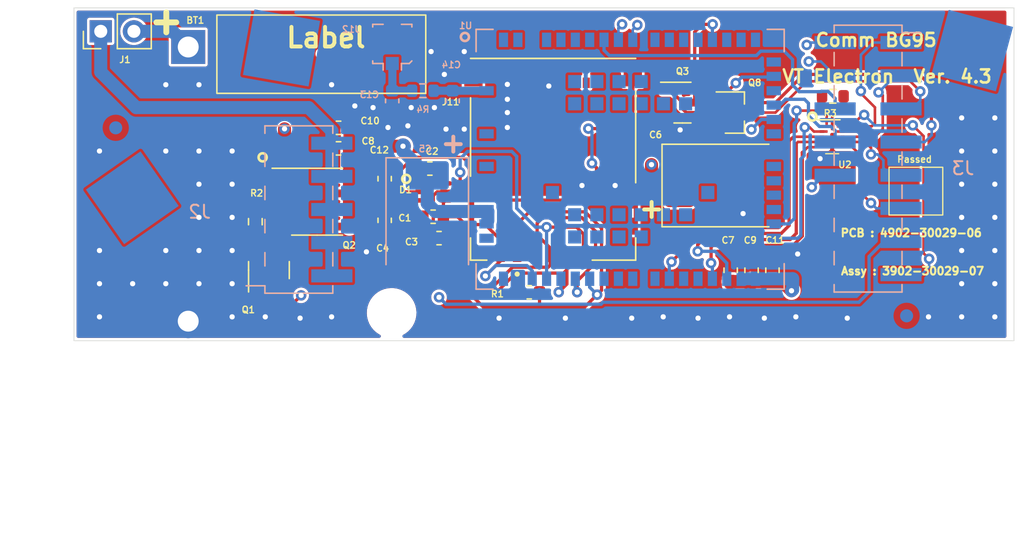
<source format=kicad_pcb>
(kicad_pcb (version 20240108) (generator "pcbnew") (generator_version "8.0")
  (layers (0 "F.Cu" signal) (1 "In1.Cu" signal) (2 "In2.Cu" signal) (31 "B.Cu" signal) (34 "B.Paste" user) (35 "F.Paste" user) (36 "B.SilkS" user "B.Silkscreen") (37 "F.SilkS" user "F.Silkscreen") (38 "B.Mask" user) (39 "F.Mask" user) (44 "Edge.Cuts" user))
  (net 0 "")
  (net 1 "GND")
  (net 5 "/uGND")
  (net 6 "/uRST")
  (net 7 "/uCLK")
  (net 8 "/uData")
  (net 9 "/uVDD")
  (net 10 "/VBAT")
  (net 11 "/uStatus")
  (net 12 "/uPWRKEY")
  (net 13 "/+3V6")
  (net 14 "/uDTR")
  (net 15 "/TxD")
  (net 16 "/RxD")
  (net 17 "/uDCD")
  (net 18 "/RF_OUT")
  (net 19 "Net-(Q1-Pad3)")
  (net 20 "/RXD")
  (net 21 "/TXD")
  (net 22 "/VDD_EXT")
  (net 23 "/DTR")
  (net 24 "/DCD")
  (net 25 "/PWRKEY")
  (net 26 "/Status")
  (net 27 "/Alim")
  (net 59 "/+3V6d")
  (net 60 "/+3V3_UC")
  (net 61 "/RF_OUT1")
  (net 62 "Net-(R3-Pad2)")
  (net 63 "/T")
  (net 64 "/R")
  (net 65 "/D+")
  (net 66 "/D-")
  (net 67 "/Vbus")
  (footprint "Capacitor_SMD:C_0603_1608Metric" (layer "F.Cu") (at 30.51 -6.5 180)
    (property "Reference" "C1")
    (property "Value" "33p")
  )
  (footprint "Capacitor_SMD:C_0603_1608Metric" (layer "F.Cu") (at 30.26 -10.19 180)
    (property "Reference" "C2")
    (property "Value" "33p")
  )
  (footprint "Capacitor_SMD:C_0603_1608Metric" (layer "F.Cu") (at 30.9626 -4.86 180)
    (property "Reference" "C3")
    (property "Value" "33p")
  )
  (footprint "Capacitor_SMD:C_0603_1608Metric" (layer "F.Cu") (at 26.797 -6.223 -90)
    (property "Reference" "C4")
    (property "Value" "100n")
  )
  (footprint "Capacitor_Tantalum_SMD:CP_EIA-7361-38_AVX-V_Pad2.18x3.30mm_HandSolder" (layer "F.Cu") (at 52.578 -8.89)
    (property "Reference" "C6")
    (property "Value" "TAJD477K006RNJ")
  )
  (footprint "Capacitor_SMD:C_0603_1608Metric_Pad1.05x0.95mm_HandSolder" (layer "F.Cu") (at 53.3 -2.4 90)
    (property "Reference" "C7")
    (property "Value" "100n")
  )
  (footprint "Capacitor_SMD:C_0603_1608Metric_Pad1.05x0.95mm_HandSolder" (layer "F.Cu") (at 23.2664 -11.7348 180)
    (property "Reference" "C8")
    (property "Value" "100n")
  )
  (footprint "Capacitor_SMD:C_0603_1608Metric_Pad1.05x0.95mm_HandSolder" (layer "F.Cu") (at 54.9 -2.4 90)
    (property "Reference" "C9")
    (property "Value" "33p")
  )
  (footprint "Capacitor_SMD:C_0603_1608Metric_Pad1.05x0.95mm_HandSolder" (layer "F.Cu") (at 23.2664 -13.3096 180)
    (property "Reference" "C10")
    (property "Value" "33p")
  )
  (footprint "Capacitor_SMD:C_0603_1608Metric_Pad1.05x0.95mm_HandSolder" (layer "F.Cu") (at 56.5 -2.4 90)
    (property "Reference" "C11")
    (property "Value" "10p")
  )
  (footprint "Capacitor_SMD:C_0603_1608Metric_Pad1.05x0.95mm_HandSolder" (layer "F.Cu") (at 26.797 -9.412 -90)
    (property "Reference" "C12")
    (property "Value" "10p")
  )
  (footprint "Diode_SMD:SC70-6" (layer "F.Cu") (at 30.51 -8.4 -90)
    (property "Reference" "D1")
    (property "Value" "SMF05C.TCT" (hide yes))
  )
  (footprint "Package_SO:SOIC-8_3.9x4.9mm_P1.27mm" (layer "F.Cu") (at 21.625 -7.65)
    (property "Reference" "Q2")
    (property "Value" "AO4459" (hide yes))
  )
  (footprint "Package_TO_SOT_SMD:SOT-23" (layer "F.Cu") (at 53.594 -14.478)
    (property "Reference" "Q8")
    (property "Value" "PDTC143XT")
  )
  (footprint "Resistor_SMD:R_0603_1608Metric" (layer "F.Cu") (at 37.8714 -0.7112 180)
    (property "Reference" "R1")
    (property "Value" "15k")
  )
  (footprint "Connector_Molex:MOLEX_78646-3001" (layer "F.Cu") (at 39.7 -10.9 90)
    (property "Reference" "J11")
    (property "Value" "78646-3001")
  )
  (footprint "Battery:HLC1520" (layer "F.Cu") (at 11.75 -19.5 -90)
    (property "Reference" "BT1")
    (property "Value" "HLC1520" (hide yes))
  )
  (footprint "Package_DFN_QFN:Texas_R_PUQFN-N12" (layer "F.Cu") (at 61.075 -12.625)
    (property "Reference" "U2")
    (property "Value" "TXB0104RUT" (hide yes))
  )
  (footprint "Resistor_SMD:R_0603_1608Metric" (layer "F.Cu") (at 61.125 -15.725)
    (property "Reference" "R3")
    (property "Value" "4k7")
  )
  (footprint "Package_TO_SOT_SMD:SOT-23" (layer "F.Cu") (at 17.9324 -2.413 90)
    (property "Reference" "Q1")
    (property "Value" "PDTC143XT")
  )
  (footprint "MountingHole:MountingHole_2.5mm  Simpla" (layer "F.Cu") (at 27.3304 0.8636)
    (property "Reference" "H1" (hide yes))
    (property "Value" "MountingHole" (hide yes))
  )
  (footprint "Fiducial:Fiducial_1mm_Mask2mm" (layer "F.Cu") (at 72.2376 -20.2946)
    (property "Reference" "FID1" (hide yes))
    (property "Value" "Fiducial" (hide yes))
  )
  (footprint "Resistor_SMD:R_0603_1608Metric" (layer "F.Cu") (at 16.891 -6.1214 -90)
    (property "Reference" "R2")
    (property "Value" "4k7" (hide yes))
  )
  (footprint "Connector_PinHeader_2.54mm:PinHeader_1x02_P2.54mm_Vertical" (layer "F.Cu") (at 5.0496 -20.7 90)
    (property "Reference" "J1")
    (property "Value" "DNP")
  )
  (footprint "Fiducial:Fiducial_1mm_Mask2mm" (layer "F.Cu") (at 8.6106 0.9906)
    (property "Reference" "FID4" (hide yes))
    (property "Value" "Fiducial" (hide yes))
  )
  (footprint "Symbol:Eticheta" (layer "F.Cu") (at 21.9456 -18.9484 180)
    (property "Reference" "TP1" (hide yes))
    (property "Value" "Eticheta" (hide yes))
  )
  (footprint "Package_TO_SOT_SMD:SOT-23" (layer "F.Cu") (at 49.6085 -15.24)
    (property "Reference" "Q3")
    (property "Value" "PDTC143XT")
  )
  (footprint "BG95:XCVR_BG95M3LA-64-SGNS" (layer "B.Cu") (at 45.6 -10.9 -90)
    (property "Reference" "U1")
    (property "Value" "BG95")
  )
  (footprint "Capacitor_Tantalum_SMD:CP_EIA-7361-38_AVX-V_Pad2.18x3.30mm_HandSolder" (layer "B.Cu") (at 30.06 -6.48 -90)
    (property "Reference" "C5")
    (property "Value" "TAJD477K006RNJ")
  )
  (footprint "Connector_Coaxial:U.FL_Molex_MCRF_73412-0110_Vertical" (layer "B.Cu") (at 27.3812 -19.7358 180)
    (property "Reference" "J12")
    (property "Value" "CONUFL001-SMD-T" (hide yes))
  )
  (footprint "Connector_PinHeader_2.54mm:PinHeader_2x08_P2.54mm_Vertical_SMD_MOD" (layer "B.Cu") (at 63.825 -10.95 180)
    (property "Reference" "J3")
    (property "Value" "Conn_02x08_Counter_Clockwise")
  )
  (footprint "TestPoint:TestPoint_Pad_5.1x5.1mm" (layer "B.Cu") (at 18.8976 -19.431 170)
    (property "Reference" "J5" (hide yes))
    (property "Value" "Conn_01x01_Male" (hide yes))
  )
  (footprint "Fiducial:Fiducial_1mm_Mask2mm" (layer "B.Cu") (at 66.7766 1.0922 180)
    (property "Reference" "FID2" (hide yes))
    (property "Value" "Fiducial" (hide yes))
  )
  (footprint "Resistor_SMD:R_0603_1608Metric" (layer "B.Cu") (at 29.725 -16.15)
    (property "Reference" "R4")
    (property "Value" "0")
  )
  (footprint "Connector_PinHeader_2.54mm:PinHeader_2x05_P2.54mm_Vertical_SMD_MOD" (layer "B.Cu") (at 20.225 -7.05)
    (property "Reference" "J2")
    (property "Value" "Conn_02x05_Counter_Clockwise")
  )
  (footprint "Capacitor_SMD:C_0603_1608Metric" (layer "B.Cu") (at 27.375 -15.375 -90)
    (property "Reference" "C13")
    (property "Value" "DNP")
  )
  (footprint "TestPoint:TestPoint_Pad_5.1x5.1mm" (layer "B.Cu") (at 71.8058 -19.2278 165)
    (property "Reference" "J6" (hide yes))
    (property "Value" "Conn_01x01_Male" (hide yes))
  )
  (footprint "TestPoint:TestPoint_Pad_5.1x5.1mm" (layer "B.Cu") (at 7.4676 -7.9502 125)
    (property "Reference" "J4" (hide yes))
    (property "Value" "Conn_01x01_Male" (hide yes))
  )
  (footprint "Fiducial:Fiducial_1mm_Mask2mm" (layer "B.Cu") (at 6.1976 -13.3096 180)
    (property "Reference" "FID3" (hide yes))
    (property "Value" "Fiducial" (hide yes))
  )
  (footprint "Capacitor_SMD:C_0603_1608Metric" (layer "B.Cu") (at 32 -15.375 -90)
    (property "Reference" "C14")
    (property "Value" "DNP")
  )
  (gr_circle (center 32.9438 -20.2692) (end 33.253847 -20.2692) (stroke (width 0.2)) (fill none) (layer "B.SilkS"))
  (gr_circle (center 28.448 -9.398) (end 28.758047 -9.398) (stroke (width 0.2)) (fill none) (layer "F.SilkS"))
  (gr_circle (center 59.563 -14.1732) (end 59.873047 -14.1732) (stroke (width 0.2)) (fill none) (layer "F.SilkS"))
  (gr_circle (center 17.4498 -11.049) (end 17.759847 -11.049) (stroke (width 0.2)) (fill none) (layer "F.SilkS"))
  (gr_rect (start 65.4304 -10.287) (end 69.5452 -6.6294) (stroke (width 0.1)) (fill none) (layer "F.SilkS"))
  (gr_line (start 75 3) (end 3 3) (stroke (width 0.05)) (layer "Edge.Cuts"))
  (gr_line (start 3 -22.5) (end 3 3) (stroke (width 0.05)) (layer "Edge.Cuts"))
  (gr_line (start 75 3) (end 75 -22.5) (stroke (width 0.05)) (layer "Edge.Cuts"))
  (gr_line (start 75 -22.5) (end 3 -22.5) (stroke (width 0.05)) (layer "Edge.Cuts"))
  (gr_text "+" (at 32.0548 -12.1666 0) (layer "B.SilkS") (effects (font (size 1.5 1.5) (thickness 0.3))))
  (gr_text "PCB : 4902-30029-06" (at 67.1322 -5.2578 0) (layer "F.SilkS") (effects (font (size 0.6 0.6))))
  (gr_text "VT Electron  Ver. 4.3\n\n" (at 65.278 -16.4338 0) (layer "F.SilkS") (effects (font (size 1 1) (thickness 0.2))))
  (gr_text "Label" (at 22.3012 -20.2184 0) (layer "F.SilkS") (effects (font (size 1.5 1.5) (thickness 0.3))))
  (gr_text "Passed" (at 67.3862 -10.8966 0) (layer "F.SilkS") (effects (font (size 0.5 0.5) (thickness 0.1))))
  (gr_text "Comm BG95\n\n" (at 64.4398 -19.2278 0) (layer "F.SilkS") (effects (font (size 1 1) (thickness 0.2))))
  (gr_text "Assy : 3902-30029-07" (at 67.2338 -2.3368 0) (layer "F.SilkS") (effects (font (size 0.6 0.6))))
  (gr_text "+" (at 47.244 -7.1628 0) (layer "F.SilkS") (effects (font (size 1.5 1.5) (thickness 0.3))))
  (segment (start 56.25 -3.25) (end 56.3 -3.2) (width 0.25) (layer "F.Cu") (net 1))
  (segment (start 55.7655 -8.2555) (end 54.25 -6.74) (width 0.25) (layer "F.Cu") (net 1))
  (segment (start 60.4066 -10.775) (end 60.25 -10.775) (width 0.25) (layer "F.Cu") (net 1))
  (segment (start 56.5 -3.275) (end 58.055 -3.275) (width 0.25) (layer "F.Cu") (net 1))
  (segment (start 53.3 -3.275) (end 54.875 -3.275) (width 0.25) (layer "F.Cu") (net 1))
  (segment (start 61.075 -11.825) (end 61.075 -11.025) (width 0.25) (layer "F.Cu") (net 1))
  (segment (start 55.7655 -8.89) (end 55.7655 -8.2555) (width 0.25) (layer "F.Cu") (net 1))
  (segment (start 60.825 -10.775) (end 60.4066 -10.775) (width 0.25) (layer "F.Cu") (net 1))
  (segment (start 49.43 -13.15) (end 49.808 -13.528) (width 0.25) (layer "F.Cu") (net 1))
  (segment (start 60.4066 -10.775) (end 60.3196 -10.775) (width 0.25) (layer "F.Cu") (net 1))
  (segment (start 58.432288 -3.647712) (end 58.432288 -3.644211) (width 0.25) (layer "F.Cu") (net 1))
  (segment (start 60.3196 -10.775) (end 60.1472 -10.9474) (width 0.25) (layer "F.Cu") (net 1))
  (segment (start 48.9 -13.15) (end 49.43 -13.15) (width 0.25) (layer "F.Cu") (net 1))
  (segment (start 60.25 -10.775) (end 60.225 -10.8) (width 0.25) (layer "F.Cu") (net 1))
  (segment (start 58.055 -3.275) (end 58.43 -3.65) (width 0.25) (layer "F.Cu") (net 1))
  (segment (start 48.671 -14.29) (end 48.671 -13.379) (width 0.25) (layer "F.Cu") (net 1))
  (segment (start 54.9 -3.275) (end 56.275 -3.275) (width 0.25) (layer "F.Cu") (net 1))
  (segment (start 48.671 -13.379) (end 48.9 -13.15) (width 0.25) (layer "F.Cu") (net 1))
  (segment (start 54.875 -3.275) (end 54.9 -3.25) (width 0.25) (layer "F.Cu") (net 1))
  (segment (start 49.808 -13.528) (end 52.594 -13.528) (width 0.25) (layer "F.Cu") (net 1))
  (segment (start 54.875 -3.275) (end 54.9 -3.3) (width 0.25) (layer "F.Cu") (net 1))
  (segment (start 58.43 -3.65) (end 58.432288 -3.647712) (width 0.25) (layer "F.Cu") (net 1))
  (segment (start 61.075 -11.025) (end 60.825 -10.775) (width 0.25) (layer "F.Cu") (net 1))
  (via (at 70.993 -11.5304) (size 0.8) (drill 0.4) (layers "F.Cu" "B.Cu") (net 1))
  (via (at 31.369 -17.399) (size 0.8) (drill 0.4) (layers "F.Cu" "B.Cu") (net 1))
  (via (at 39.37 -16.51) (size 0.8) (drill 0.4) (layers "F.Cu" "B.Cu") (net 1))
  (via (at 70.993 -14.0704) (size 0.8) (drill 0.4) (layers "F.Cu" "B.Cu") (net 1))
  (via (at 73.533 -3.9104) (size 0.8) (drill 0.4) (layers "F.Cu" "B.Cu") (net 1))
  (via (at 58.432288 -3.644211) (size 0.8) (drill 0.4) (layers "F.Cu" "B.Cu") (net 1))
  (via (at 73.533 -11.5304) (size 0.8) (drill 0.4) (layers "F.Cu" "B.Cu") (net 1))
  (via (at 70.993 1.1696) (size 0.8) (drill 0.4) (layers "F.Cu" "B.Cu") (net 1))
  (via (at 36.195 -13.335) (size 0.8) (drill 0.4) (layers "F.Cu" "B.Cu") (net 1))
  (via (at 20.32 1.27) (size 0.8) (drill 0.4) (layers "F.Cu" "B.Cu") (net 1))
  (via (at 30.353 -19.1504) (size 0.8) (drill 0.4) (layers "F.Cu" "B.Cu") (net 1))
  (via (at 4.953 -3.9104) (size 0.8) (drill 0.4) (layers "F.Cu" "B.Cu") (net 1))
  (via (at 70.993 -6.4504) (size 0.8) (drill 0.4) (layers "F.Cu" "B.Cu") (net 1))
  (via (at 22.733 -16.6104) (size 0.8) (drill 0.4) (layers "F.Cu" "B.Cu") (net 1))
  (via (at 12.573 -11.5304) (size 0.8) (drill 0.4) (layers "F.Cu" "B.Cu") (net 1))
  (via (at 44.45 -8.89) (size 0.8) (drill 0.4) (layers "F.Cu" "B.Cu") (net 1))
  (via (at 35.56 1.27) (size 0.8) (drill 0.4) (layers "F.Cu" "B.Cu") (net 1))
  (via (at 17.653 1.1696) (size 0.8) (drill 0.4) (layers "F.Cu" "B.Cu") (net 1))
  (via (at 15.113 -1.3704) (size 0.8) (drill 0.4) (layers "F.Cu" "B.Cu") (net 1))
  (via (at 60.1472 -10.9474) (size 0.8) (drill 0.4) (layers "F.Cu" "B.Cu") (net 1))
  (via (at 15.113 -6.4504) (size 0.8) (drill 0.4) (layers "F.Cu" "B.Cu") (net 1))
  (via (at 41.91 -8.89) (size 0.8) (drill 0.4) (layers "F.Cu" "B.Cu") (net 1))
  (via (at 31.496 -13.208) (size 0.8) (drill 0.4) (layers "F.Cu" "B.Cu") (net 1))
  (via (at 58.293 1.1696) (size 0.8) (drill 0.4) (layers "F.Cu" "B.Cu") (net 1))
  (via (at 73.533 1.1696) (size 0.8) (drill 0.4) (layers "F.Cu" "B.Cu") (net 1))
  (via (at 68.453 1.1696) (size 0.8) (drill 0.4) (layers "F.Cu" "B.Cu") (net 1))
  (via (at 10.033 -11.5304) (size 0.8) (drill 0.4) (layers "F.Cu" "B.Cu") (net 1))
  (via (at 32.893 -13.208) (size 0.8) (drill 0.4) (layers "F.Cu" "B.Cu") (net 1))
  (via (at 73.533 -14.0704) (size 0.8) (drill 0.4) (layers "F.Cu" "B.Cu") (net 1))
  (via (at 62.23 1.27) (size 0.8) (drill 0.4) (layers "F.Cu" "B.Cu") (net 1))
  (via (at 28.575 -13.462) (size 0.8) (drill 0.4) (layers "F.Cu" "B.Cu") (net 1))
  (via (at 55.88 1.27) (size 0.8) (drill 0.4) (layers "F.Cu" "B.Cu") (net 1))
  (via (at 36.195 -14.478) (size 0.8) (drill 0.4) (layers "F.Cu" "B.Cu") (net 1))
  (via (at 10.033 -16.6104) (size 0.8) (drill 0.4) (layers "F.Cu" "B.Cu") (net 1))
  (via (at 4.953 1.1696) (size 0.8) (drill 0.4) (layers "F.Cu" "B.Cu") (net 1))
  (via (at 73.533 -8.9904) (size 0.8) (drill 0.4) (layers "F.Cu" "B.Cu") (net 1))
  (via (at 70.993 -3.9104) (size 0.8) (drill 0.4) (layers "F.Cu" "B.Cu") (net 1))
  (via (at 70.993 -8.9904) (size 0.8) (drill 0.4) (layers "F.Cu" "B.Cu") (net 1))
  (via (at 15.113 -3.9104) (size 0.8) (drill 0.4) (layers "F.Cu" "B.Cu") (net 1))
  (via (at 45.72 1.27) (size 0.8) (drill 0.4) (layers "F.Cu" "B.Cu") (net 1))
  (via (at 73.533 -6.4504) (size 0.8) (drill 0.4) (layers "F.Cu" "B.Cu") (net 1))
  (via (at 73.533 -1.3704) (size 0.8) (drill 0.4) (layers "F.Cu" "B.Cu") (net 1))
  (via (at 15.113 -8.9904) (size 0.8) (drill 0.4) (layers "F.Cu" "B.Cu") (net 1))
  (via (at 12.573 -16.6104) (size 0.8) (drill 0.4) (layers "F.Cu" "B.Cu") (net 1))
  (via (at 25.908 -14.859) (size 0.8) (drill 0.4) (layers "F.Cu" "B.Cu") (net 1))
  (via (at 48.133 1.1696) (size 0.8) (drill 0.4) (layers "F.Cu" "B.Cu") (net 1))
  (via (at 53.213 1.1696) (size 0.8) (drill 0.4) (layers "F.Cu" "B.Cu") (net 1))
  (via (at 25.4 -3.81) (size 0.8) (drill 0.4) (layers "F.Cu" "B.Cu") (net 1))
  (via (at 36.195 -16.637) (size 0.8) (drill 0.4) (layers "F.Cu" "B.Cu") (net 1))
  (via (at 49.43 -13.15) (size 0.8) (drill 0.4) (layers "F.Cu" "B.Cu") (net 1))
  (via (at 36.195 -15.494) (size 0.8) (drill 0.4) (layers "F.Cu" "B.Cu") (net 1))
  (via (at 24.511 -14.986) (size 0.8) (drill 0.4) (layers "F.Cu" "B.Cu") (net 1))
  (via (at 15.113 1.1696) (size 0.8) (drill 0.4) (layers "F.Cu" "B.Cu") (net 1))
  (via (at 27.051 -13.335) (size 0.8) (drill 0.4) (layers "F.Cu" "B.Cu") (net 1))
  (via (at 15.113 -11.5304) (size 0.8) (drill 0.4) (layers "F.Cu" "B.Cu") (net 1))
  (via (at 28.829 -14.859) (size 0.8) (drill 0.4) (layers "F.Cu" "B.Cu") (net 1))
  (via (at 32.893 -19.1504) (size 0.8) (drill 0.4) (layers "F.Cu" "B.Cu") (net 1))
  (via (at 12.573 -3.9104) (size 0.8) (drill 0.4) (layers "F.Cu" "B.Cu") (net 1))
  (via (at 12.573 -6.4504) (size 0.8) (drill 0.4) (layers "F.Cu" "B.Cu") (net 1))
  (via (at 12.573 -8.9904) (size 0.8) (drill 0.4) (layers "F.Cu" "B.Cu") (net 1))
  (via (at 54.25 -6.74) (size 0.8) (drill 0.4) (layers "F.Cu" "B.Cu") (net 1))
  (via (at 4.953 -1.3704) (size 0.8) (drill 0.4) (layers "F.Cu" "B.Cu") (net 1))
  (via (at 22.733 1.1696) (size 0.8) (drill 0.4) (layers "F.Cu" "B.Cu") (net 1))
  (via (at 10.033 -1.3704) (size 0.8) (drill 0.4) (layers "F.Cu" "B.Cu") (net 1))
  (via (at 4.953 -11.5304) (size 0.8) (drill 0.4) (layers "F.Cu" "B.Cu") (net 1))
  (via (at 70.993 -1.3704) (size 0.8) (drill 0.4) (layers "F.Cu" "B.Cu") (net 1))
  (via (at 40.64 1.27) (size 0.8) (drill 0.4) (layers "F.Cu" "B.Cu") (net 1))
  (via (at 7.493 -1.3704) (size 0.8) (drill 0.4) (layers "F.Cu" "B.Cu") (net 1))
  (via (at 30.607 -14.859) (size 0.8) (drill 0.4) (layers "F.Cu" "B.Cu") (net 1))
  (via (at 50.8 1.27) (size 0.8) (drill 0.4) (layers "F.Cu" "B.Cu") (net 1))
  (via (at 10.033 -3.9104) (size 0.8) (drill 0.4) (layers "F.Cu" "B.Cu") (net 1))
  (via (at 12.573 -1.3704) (size 0.8) (drill 0.4) (layers "F.Cu" "B.Cu") (net 1))
  (segment (start 33.43 -7.775) (end 35.925 -7.775) (width 0.25) (layer "F.Cu") (net 5))
  (segment (start 35.675 -4.725) (end 34.5 -5.9) (width 0.25) (layer "F.Cu") (net 5))
  (segment (start 43.025 -7.775) (end 43.025 -10.25) (width 0.25) (layer "F.Cu") (net 5))
  (segment (start 42.4 -13.25) (end 45.175 -13.25) (width 0.25) (layer "F.Cu") (net 5))
  (segment (start 28.01 -6.9) (end 28.41 -6.5) (width 0.25) (layer "F.Cu") (net 5))
  (segment (start 34.5 -5.9) (end 33.6 -5.9) (width 0.25) (layer "F.Cu") (net 5))
  (segment (start 29.4725 -10.19) (end 29.4725 -10.9225) (width 0.25) (layer "F.Cu") (net 5))
  (segment (start 36.795 -7.775) (end 43.025 -7.775) (width 0.25) (layer "F.Cu") (net 5))
  (segment (start 45.24 -17.9) (end 45.805 -17.335) (width 0.25) (layer "F.Cu") (net 5))
  (segment (start 28.41 -6.5) (end 29.61 -6.5) (width 0.25) (layer "F.Cu") (net 5))
  (segment (start 28.11 -8.4) (end 28.01 -8.3) (width 0.25) (layer "F.Cu") (net 5))
  (segment (start 27.8995 -7.0105) (end 28.01 -6.9) (width 0.25) (layer "F.Cu") (net 5))
  (segment (start 26.797 -7.0105) (end 27.8995 -7.0105) (width 0.25) (layer "F.Cu") (net 5))
  (segment (start 29.6 -11.05) (end 29.01 -11.05) (width 0.25) (layer "F.Cu") (net 5))
  (segment (start 32.78548 -11.05) (end 29.6 -11.05) (width 0.25) (layer "F.Cu") (net 5))
  (segment (start 45.925 -7.775) (end 46 -7.7) (width 0.25) (layer "F.Cu") (net 5))
  (segment (start 29.4725 -10.9225) (end 29.6 -11.05) (width 0.25) (layer "F.Cu") (net 5))
  (segment (start 35.55 -17.9) (end 45.24 -17.9) (width 0.25) (layer "F.Cu") (net 5))
  (segment (start 46 -7.7) (end 46 -5.8) (width 0.25) (layer "F.Cu") (net 5))
  (segment (start 29.7225 -5.3126) (end 30.1751 -4.86) (width 0.25) (layer "F.Cu") (net 5))
  (segment (start 35.675 -3.605) (end 35.675 -3.135) (width 0.25) (layer "F.Cu") (net 5))
  (segment (start 29.01 -11.05) (end 28.16 -10.2) (width 0.25) (layer "F.Cu") (net 5))
  (segment (start 43.025 -10.25) (end 42.675 -10.6) (width 0.25) (layer "F.Cu") (net 5))
  (segment (start 35.675 -3.605) (end 35.675 -4.725) (width 0.25) (layer "F.Cu") (net 5))
  (segment (start 28.01 -10.05) (end 28.01 -8.3) (width 0.25) (layer "F.Cu") (net 5))
  (segment (start 45.805 -13.88) (end 45.805 -17.335) (width 0.25) (layer "F.Cu") (net 5))
  (segment (start 43.025 -7.775) (end 45.925 -7.775) (width 0.25) (layer "F.Cu") (net 5))
  (segment (start 35.925 -7.775) (end 36.795 -7.775) (width 0.25) (layer "F.Cu") (net 5))
  (segment (start 34.985 -17.335) (end 35.55 -17.9) (width 0.25) (layer "F.Cu") (net 5))
  (segment (start 33.4 -5.9) (end 33.4 -7.8) (width 0.25) (layer "F.Cu") (net 5))
  (segment (start 33.6 -5.9) (end 33.4 -5.9) (width 0.25) (layer "F.Cu") (net 5))
  (segment (start 29.7225 -6.5) (end 29.7225 -5.3126) (width 0.25) (layer "F.Cu") (net 5))
  (segment (start 33.43 -10.40548) (end 32.78548 -11.05) (width 0.25) (layer "F.Cu") (net 5))
  (segment (start 28.01 -6.9) (end 28.01 -8.3) (width 0.25) (layer "F.Cu") (net 5))
  (segment (start 35.675 -3.135) (end 35.675 -3.125) (width 0.25) (layer "F.Cu") (net 5))
  (segment (start 29.56 -8.4) (end 28.11 -8.4) (width 0.25) (layer "F.Cu") (net 5))
  (segment (start 45.175 -13.25) (end 45.805 -13.88) (width 0.25) (layer "F.Cu") (net 5))
  (segment (start 28.16 -10.2) (end 28.01 -10.05) (width 0.25) (layer "F.Cu") (net 5))
  (segment (start 33.595 -17.335) (end 34.985 -17.335) (width 0.25) (layer "F.Cu") (net 5))
  (segment (start 33.43 -7.775) (end 33.43 -10.40548) (width 0.25) (layer "F.Cu") (net 5))
  (segment (start 35.675 -3.125) (end 34.51 -1.96) (width 0.25) (layer "F.Cu") (net 5))
  (via (at 42.675 -10.6) (size 0.8) (drill 0.4) (layers "F.Cu" "B.Cu") (net 5))
  (via (at 34.51 -1.96) (size 0.8) (drill 0.4) (layers "F.Cu" "B.Cu") (net 5))
  (via (at 42.4 -13.25) (size 0.8) (drill 0.4) (layers "F.Cu" "B.Cu") (net 5))
  (segment (start 42.675 -12.975) (end 42.4 -13.25) (width 0.25) (layer "B.Cu") (net 5))
  (segment (start 35.31 -2.76) (end 37.69 -2.76) (width 0.25) (layer "B.Cu") (net 5))
  (segment (start 38.1 -2.35) (end 38.1 -1.75) (width 0.25) (layer "B.Cu") (net 5))
  (segment (start 42.675 -10.6) (end 42.675 -12.975) (width 0.25) (layer "B.Cu") (net 5))
  (segment (start 34.51 -1.96) (end 35.31 -2.76) (width 0.25) (layer "B.Cu") (net 5))
  (segment (start 37.69 -2.76) (end 38.1 -2.35) (width 0.25) (layer "B.Cu") (net 5))
  (segment (start 32.38 -6.5) (end 32.87 -6.01) (width 0.25) (layer "F.Cu") (net 6))
  (segment (start 36.59 -2.63) (end 39.32 -2.63) (width 0.25) (layer "F.Cu") (net 6))
  (segment (start 42.95 -5.38) (end 42.95 -2.980978) (width 0.25) (layer "F.Cu") (net 6))
  (segment (start 32.87 -2.38) (end 34.05 -1.2) (width 0.25) (layer "F.Cu") (net 6))
  (segment (start 41.905489 -6.424511) (end 42.95 -5.38) (width 0.25) (layer "F.Cu") (net 6))
  (segment (start 31.2975 -6.5) (end 31.2975 -7.5875) (width 0.25) (layer "F.Cu") (net 6))
  (segment (start 41.54 -1.570978) (end 41.54 -0.719989) (width 0.25) (layer "F.Cu") (net 6))
  (segment (start 38.475489 -5.104511) (end 38.475489 -6.000103) (width 0.25) (layer "F.Cu") (net 6))
  (segment (start 39.485 -4.095) (end 38.475489 -5.104511) (width 0.25) (layer "F.Cu") (net 6))
  (segment (start 32.87 -6.01) (end 32.87 -2.38) (width 0.25) (layer "F.Cu") (net 6))
  (segment (start 34.05 -1.2) (end 35.16 -1.2) (width 0.25) (layer "F.Cu") (net 6))
  (segment (start 39.485 -3.605) (end 39.485 -4.095) (width 0.25) (layer "F.Cu") (net 6))
  (segment (start 35.16 -1.2) (end 36.59 -2.63) (width 0.25) (layer "F.Cu") (net 6))
  (segment (start 39.32 -2.63) (end 39.485 -2.795) (width 0.25) (layer "F.Cu") (net 6))
  (segment (start 39.485 -2.795) (end 39.485 -3.605) (width 0.25) (layer "F.Cu") (net 6))
  (segment (start 38.899897 -6.424511) (end 41.905489 -6.424511) (width 0.25) (layer "F.Cu") (net 6))
  (segment (start 38.475489 -6.000103) (end 38.899897 -6.424511) (width 0.25) (layer "F.Cu") (net 6))
  (segment (start 31.2975 -6.5) (end 32.38 -6.5) (width 0.25) (layer "F.Cu") (net 6))
  (segment (start 31.2975 -7.5875) (end 31.46 -7.75) (width 0.25) (layer "F.Cu") (net 6))
  (segment (start 42.95 -2.980978) (end 41.54 -1.570978) (width 0.25) (layer "F.Cu") (net 6))
  (via (at 41.54 -0.719989) (size 0.8) (drill 0.4) (layers "F.Cu" "B.Cu") (net 6))
  (segment (start 41.4 -0.67) (end 41.449989 -0.719989) (width 0.25) (layer "B.Cu") (net 6))
  (segment (start 41.4 -1.75) (end 41.4 -0.67) (width 0.25) (layer "B.Cu") (net 6))
  (segment (start 41.449989 -0.719989) (end 41.54 -0.719989) (width 0.25) (layer "B.Cu") (net 6))
  (segment (start 32.33 -9.05) (end 32.58 -9.3) (width 0.25) (layer "F.Cu") (net 7))
  (segment (start 41.5 -5.7) (end 39.2 -5.7) (width 0.25) (layer "F.Cu") (net 7))
  (segment (start 42.025 -5.175) (end 41.5 -5.7) (width 0.25) (layer "F.Cu") (net 7))
  (segment (start 31.46 -9.05) (end 32.33 -9.05) (width 0.25) (layer "F.Cu") (net 7))
  (segment (start 31.0475 -9.4625) (end 31.46 -9.05) (width 0.25) (layer "F.Cu") (net 7))
  (segment (start 31.0475 -10.19) (end 31.0475 -9.4625) (width 0.25) (layer "F.Cu") (net 7))
  (segment (start 42.025 -3.605) (end 42.025 -5.175) (width 0.25) (layer "F.Cu") (net 7))
  (segment (start 32.58 -9.3) (end 32.58 -9.9) (width 0.25) (layer "F.Cu") (net 7))
  (via (at 32.58 -9.9) (size 0.8) (drill 0.4) (layers "F.Cu" "B.Cu") (net 7))
  (via (at 39.2 -5.7) (size 0.8) (drill 0.4) (layers "F.Cu" "B.Cu") (net 7))
  (segment (start 36.91 -7.14) (end 38.35 -5.7) (width 0.25) (layer "B.Cu") (net 7))
  (segment (start 36.53 -11.5) (end 36.91 -11.12) (width 0.25) (layer "B.Cu") (net 7))
  (segment (start 32.58 -9.9) (end 32.58 -10.94) (width 0.25) (layer "B.Cu") (net 7))
  (segment (start 32.58 -10.94) (end 33.14 -11.5) (width 0.25) (layer "B.Cu") (net 7))
  (segment (start 33.14 -11.5) (end 36.53 -11.5) (width 0.25) (layer "B.Cu") (net 7))
  (segment (start 36.91 -11.12) (end 36.91 -7.14) (width 0.25) (layer "B.Cu") (net 7))
  (segment (start 39.2 -1.9) (end 39.3 -1.8) (width 0.25) (layer "B.Cu") (net 7))
  (segment (start 39.2 -5.7) (end 39.2 -1.9) (width 0.25) (layer "B.Cu") (net 7))
  (segment (start 38.35 -5.7) (end 39.2 -5.7) (width 0.25) (layer "B.Cu") (net 7))
  (segment (start 40.50048 -2.18048) (end 37.18168 -2.18048) (width 0.25) (layer "F.Cu") (net 8))
  (segment (start 31.7501 -2.8701) (end 31.7501 -4.86) (width 0.25) (layer "F.Cu") (net 8))
  (segment (start 37.0839 -2.0827) (end 37.18168 -2.18048) (width 0.25) (layer "F.Cu") (net 8))
  (segment (start 40.13 -0.72) (end 40.755 -1.345) (width 0.25) (layer "F.Cu") (net 8))
  (segment (start 40.755 -2.435) (end 40.50048 -2.18048) (width 0.25) (layer "F.Cu") (net 8))
  (segment (start 40.755 -2.435) (end 40.755 -3.605) (width 0.25) (layer "F.Cu") (net 8))
  (segment (start 36.84048 -2.18048) (end 35.41 -0.75) (width 0.25) (layer "F.Cu") (net 8))
  (segment (start 31.46 -8.4) (end 30.81 -8.4) (width 0.25) (layer "F.Cu") (net 8))
  (segment (start 30.81 -8.4) (end 30.52 -8.11) (width 0.25) (layer "F.Cu") (net 8))
  (segment (start 30.8102 -5.5626) (end 31.3436 -5.5626) (width 0.25) (layer "F.Cu") (net 8))
  (segment (start 33.864283 -0.75) (end 32.42048 -2.193803) (width 0.25) (layer "F.Cu") (net 8))
  (segment (start 37.0839 -0.7112) (end 37.0839 -2.0827) (width 0.25) (layer "F.Cu") (net 8))
  (segment (start 30.52 -8.11) (end 30.52 -5.8528) (width 0.25) (layer "F.Cu") (net 8))
  (segment (start 31.7501 -5.1561) (end 31.7501 -4.86) (width 0.25) (layer "F.Cu") (net 8))
  (segment (start 32.42048 -2.19972) (end 31.7501 -2.8701) (width 0.25) (layer "F.Cu") (net 8))
  (segment (start 31.3436 -5.5626) (end 31.7501 -5.1561) (width 0.25) (layer "F.Cu") (net 8))
  (segment (start 40.755 -1.345) (end 40.755 -2.435) (width 0.25) (layer "F.Cu") (net 8))
  (segment (start 32.42048 -2.193803) (end 32.42048 -2.19972) (width 0.25) (layer "F.Cu") (net 8))
  (segment (start 30.52 -5.8528) (end 30.8102 -5.5626) (width 0.25) (layer "F.Cu") (net 8))
  (segment (start 35.41 -0.75) (end 33.864283 -0.75) (width 0.25) (layer "F.Cu") (net 8))
  (segment (start 37.18168 -2.18048) (end 36.84048 -2.18048) (width 0.25) (layer "F.Cu") (net 8))
  (via (at 40.13 -0.72) (size 0.8) (drill 0.4) (layers "F.Cu" "B.Cu") (net 8))
  (segment (start 40.3 -1.75) (end 40.3 -0.89) (width 0.25) (layer "B.Cu") (net 8))
  (segment (start 40.3 -0.89) (end 40.13 -0.72) (width 0.25) (layer "B.Cu") (net 8))
  (segment (start 38.6589 0.3303) (end 38.7604 0.4318) (width 0.25) (layer "F.Cu") (net 9))
  (segment (start 43.07 -0.53) (end 43.41 -0.87) (width 0.25) (layer "F.Cu") (net 9))
  (segment (start 38.7604 0.4318) (end 42.1082 0.4318) (width 0.25) (layer "F.Cu") (net 9))
  (segment (start 29.6926 -3.937) (end 28.1941 -5.4355) (width 0.25) (layer "F.Cu") (net 9))
  (segment (start 28.1941 -5.4355) (end 26.797 -5.4355) (width 0.25) (layer "F.Cu") (net 9))
  (segment (start 36.945 -5.945) (end 36.945 -3.605) (width 0.25) (layer "F.Cu") (net 9))
  (segment (start 31.1912 -3.5052) (end 30.7594 -3.937) (width 0.25) (layer "F.Cu") (net 9))
  (segment (start 31.1912 -2.7432) (end 31.1912 -3.5052) (width 0.25) (layer "F.Cu") (net 9))
  (segment (start 30.7594 -3.937) (end 29.6926 -3.937) (width 0.25) (layer "F.Cu") (net 9))
  (segment (start 43.41 -0.87) (end 43.41 -5.61) (width 0.25) (layer "F.Cu") (net 9))
  (segment (start 37.874031 -6.874031) (end 36.945 -5.945) (width 0.25) (layer "F.Cu") (net 9))
  (segment (start 42.1082 0.4318) (end 43.07 -0.53) (width 0.25) (layer "F.Cu") (net 9))
  (segment (start 34.3662 0.4318) (end 31.1912 -2.7432) (width 0.25) (layer "F.Cu") (net 9))
  (segment (start 38.6589 -0.7112) (end 38.6589 0.3303) (width 0.25) (layer "F.Cu") (net 9))
  (segment (start 43.41 -5.61) (end 42.145969 -6.874031) (width 0.25) (layer "F.Cu") (net 9))
  (segment (start 38.7604 0.4318) (end 34.3662 0.4318) (width 0.25) (layer "F.Cu") (net 9))
  (segment (start 42.145969 -6.874031) (end 37.874031 -6.874031) (width 0.25) (layer "F.Cu") (net 9))
  (via (at 43.07 -0.53) (size 0.8) (drill 0.4) (layers "F.Cu" "B.Cu") (net 9))
  (segment (start 42.5 -1.75) (end 42.5 -1.1) (width 0.25) (layer "B.Cu") (net 9))
  (segment (start 42.5 -1.1) (end 43.07 -0.53) (width 0.25) (layer "B.Cu") (net 9))
  (segment (start 24.1 -7.015) (end 24.1 -5.745) (width 1) (layer "F.Cu") (net 10))
  (segment (start 26.835 -10.325) (end 26.797 -10.287) (width 1) (layer "F.Cu") (net 10))
  (segment (start 26.835 -11.9) (end 26.835 -10.325) (width 1) (layer "F.Cu") (net 10))
  (segment (start 28.2 -11.9) (end 26.835 -11.9) (width 1) (layer "F.Cu") (net 10))
  (segment (start 47.23398 -10.49102) (end 47.23398 -9.40802) (width 1) (layer "F.Cu") (net 10))
  (segment (start 24.1414 -11.7348) (end 24.1414 -13.3096) (width 1) (layer "F.Cu") (net 10))
  (segment (start 47.752 -8.89) (end 49.3905 -8.89) (width 1) (layer "F.Cu") (net 10))
  (segment (start 24.1 -9.555) (end 24.1 -8.285) (width 1) (layer "F.Cu") (net 10))
  (segment (start 26.835 -11.9) (end 24.3066 -11.9) (width 1) (layer "F.Cu") (net 10))
  (segment (start 24.1 -9.555) (end 24.1 -11.6934) (width 1) (layer "F.Cu") (net 10))
  (segment (start 47.23398 -9.40802) (end 47.752 -8.89) (width 1) (layer "F.Cu") (net 10))
  (segment (start 53.3 -1.525) (end 54.475 -1.525) (width 1) (layer "F.Cu") (net 10))
  (segment (start 56.5 -1.525) (end 57.265 -1.525) (width 1) (layer "F.Cu") (net 10))
  (segment (start 57.265 -1.525) (end 57.96 -0.83) (width 1) (layer "F.Cu") (net 10))
  (segment (start 53.3 -1.525) (end 56.5 -1.525) (width 1) (layer "F.Cu") (net 10))
  (segment (start 24.1 -11.6934) (end 24.1414 -11.7348) (width 1) (layer "F.Cu") (net 10))
  (segment (start 24.1 -8.285) (end 24.1 -7.015) (width 1) (layer "F.Cu") (net 10))
  (segment (start 54.475 -1.525) (end 54.5 -1.5) (width 1) (layer "F.Cu") (net 10))
  (segment (start 54.825 -1.525) (end 54.9 -1.6) (width 1) (layer "F.Cu") (net 10))
  (segment (start 24.3066 -11.9) (end 24.1414 -11.7348) (width 1) (layer "F.Cu") (net 10))
  (via (at 57.96 -0.83) (size 0.8) (drill 0.4) (layers "F.Cu" "B.Cu") (net 10))
  (via (at 47.23398 -10.49102) (size 0.8) (drill 0.4) (layers "F.Cu" "B.Cu") (net 10))
  (via (at 28.2 -11.9) (size 1.2) (drill 0.4) (layers "F.Cu" "B.Cu") (net 10))
  (segment (start 54.35 -1.75) (end 54.3 -1.7) (width 1) (layer "B.Cu") (net 10))
  (segment (start 30.06 -7.52) (end 30.06 -9.6675) (width 1) (layer "B.Cu") (net 10))
  (segment (start 30.680001 -6.899999) (end 30.06 -7.52) (width 1) (layer "B.Cu") (net 10))
  (segment (start 28.2 -11.9) (end 28.2 -11.5275) (width 1) (layer "B.Cu") (net 10))
  (segment (start 55.2 -1.75) (end 54.35 -1.75) (width 1) (layer "B.Cu") (net 10))
  (segment (start 34.7 -6.2) (end 34.7 -6.899999) (width 1) (layer "B.Cu") (net 10))
  (segment (start 34.7 -6.899999) (end 30.680001 -6.899999) (width 1) (layer "B.Cu") (net 10))
  (segment (start 28.2 -11.5275) (end 30.06 -9.6675) (width 1) (layer "B.Cu") (net 10))
  (segment (start 55.2 -1.75) (end 58.05 -1.75) (width 1) (layer "B.Cu") (net 10))
  (segment (start 58.05 -1.75) (end 58.05 -0.92) (width 1) (layer "B.Cu") (net 10))
  (segment (start 58.05 -0.92) (end 57.96 -0.83) (width 1) (layer "B.Cu") (net 10))
  (segment (start 67.05 -16.875) (end 67.825 -16.1) (width 0.2) (layer "F.Cu") (net 11))
  (segment (start 59.125 -16.875) (end 67.05 -16.875) (width 0.2) (layer "F.Cu") (net 11))
  (segment (start 54.594 -14.478) (end 56.728 -14.478) (width 0.2) (layer "F.Cu") (net 11))
  (segment (start 56.728 -14.478) (end 59.125 -16.875) (width 0.2) (layer "F.Cu") (net 11))
  (via (at 67.825 -16.1) (size 0.8) (drill 0.4) (layers "F.Cu" "B.Cu") (net 11))
  (segment (start 67.21 -14.76) (end 67.825 -15.375) (width 0.2) (layer "B.Cu") (net 11))
  (segment (start 67.825 -15.375) (end 67.825 -16.1) (width 0.2) (layer "B.Cu") (net 11))
  (segment (start 66.35 -14.76) (end 67.21 -14.76) (width 0.2) (layer "B.Cu") (net 11))
  (segment (start 48.671 -16.19) (end 49.48398 -15.37702) (width 0.25) (layer "F.Cu") (net 12))
  (segment (start 58.9 -17.4) (end 67.75 -17.4) (width 0.25) (layer "F.Cu") (net 12))
  (segment (start 67.75 -17.4) (end 68.675 -16.475) (width 0.25) (layer "F.Cu") (net 12))
  (segment (start 56.74 -15.24) (end 58.9 -17.4) (width 0.25) (layer "F.Cu") (net 12))
  (segment (start 49.48398 -15.37702) (end 49.48398 -14.893448) (width 0.25) (layer "F.Cu") (net 12))
  (segment (start 49.899428 -14.478) (end 52.860511 -14.478) (width 0.25) (layer "F.Cu") (net 12))
  (segment (start 52.860511 -14.478) (end 53.086 -14.703489) (width 0.25) (layer "F.Cu") (net 12))
  (segment (start 53.848 -15.24) (end 56.74 -15.24) (width 0.25) (layer "F.Cu") (net 12))
  (segment (start 49.48398 -14.893448) (end 49.899428 -14.478) (width 0.25) (layer "F.Cu") (net 12))
  (segment (start 53.086 -14.703489) (end 53.311489 -14.703489) (width 0.25) (layer "F.Cu") (net 12))
  (segment (start 68.675 -16.475) (end 68.675 -13.5) (width 0.25) (layer "F.Cu") (net 12))
  (segment (start 53.311489 -14.703489) (end 53.848 -15.24) (width 0.25) (layer "F.Cu") (net 12))
  (via (at 68.675 -13.5) (size 0.8) (drill 0.4) (layers "F.Cu" "B.Cu") (net 12))
  (segment (start 68.7 -13.475) (end 68.675 -13.5) (width 0.2) (layer "B.Cu") (net 12))
  (segment (start 66.35 -12.22) (end 68.17 -12.22) (width 0.2) (layer "B.Cu") (net 12))
  (segment (start 68.7 -12.75) (end 68.7 -13.475) (width 0.2) (layer "B.Cu") (net 12))
  (segment (start 68.17 -12.22) (end 68.7 -12.75) (width 0.2) (layer "B.Cu") (net 12))
  (segment (start 22.75 -12.13) (end 22.75 -13.075) (width 1) (layer "B.Cu") (net 13))
  (segment (start 22.75 -13.075) (end 20.966 -14.859) (width 1) (layer "B.Cu") (net 13))
  (segment (start 22.75 -2.005) (end 22.75 -12.13) (width 1) (layer "B.Cu") (net 13))
  (segment (start 7.7724 -14.859) (end 5.0496 -17.5818) (width 1) (layer "B.Cu") (net 13))
  (segment (start 5.0496 -17.5818) (end 5.0496 -20.7) (width 1) (layer "B.Cu") (net 13))
  (segment (start 20.966 -14.859) (end 7.7724 -14.859) (width 1) (layer "B.Cu") (net 13))
  (segment (start 64.1 -13.425) (end 63.475 -13.425) (width 0.2) (layer "F.Cu") (net 14))
  (segment (start 64.35 -14.875) (end 64.35 -13.675) (width 0.2) (layer "F.Cu") (net 14))
  (segment (start 63.475 -13.425) (end 63.075 -13.025) (width 0.2) (layer "F.Cu") (net 14))
  (segment (start 64.35 -13.675) (end 64.1 -13.425) (width 0.2) (layer "F.Cu") (net 14))
  (segment (start 63.975 -15.25) (end 64.35 -14.875) (width 0.2) (layer "F.Cu") (net 14))
  (segment (start 63.975 -15.25) (end 63.275 -15.95) (width 0.2) (layer "F.Cu") (net 14))
  (segment (start 63.075 -13.025) (end 61.725 -13.025) (width 0.2) (layer "F.Cu") (net 14))
  (segment (start 63.275 -15.95) (end 63.275 -16.125) (width 0.2) (layer "F.Cu") (net 14))
  (via (at 63.275 -16.125) (size 0.8) (drill 0.4) (layers "F.Cu" "B.Cu") (net 14))
  (segment (start 64.215 -19.84) (end 66.35 -19.84) (width 0.2) (layer "B.Cu") (net 14))
  (segment (start 63.275 -16.125) (end 63.275 -18.9) (width 0.2) (layer "B.Cu") (net 14))
  (segment (start 63.275 -18.9) (end 64.215 -19.84) (width 0.2) (layer "B.Cu") (net 14))
  (segment (start 61.725 -12.225) (end 63.6 -12.225) (width 0.2) (layer "F.Cu") (net 15))
  (segment (start 64.05 -11.775) (end 64.05 -11.275) (width 0.2) (layer "F.Cu") (net 15))
  (segment (start 63.6 -12.225) (end 64.05 -11.775) (width 0.2) (layer "F.Cu") (net 15))
  (via (at 64.05 -11.275) (size 0.8) (drill 0.4) (layers "F.Cu" "B.Cu") (net 15))
  (segment (start 65 -10.225) (end 65 -10.825) (width 0.2) (layer "B.Cu") (net 15))
  (segment (start 64.55 -11.275) (end 64.05 -11.275) (width 0.2) (layer "B.Cu") (net 15))
  (segment (start 65 -10.825) (end 64.55 -11.275) (width 0.2) (layer "B.Cu") (net 15))
  (segment (start 65.545 -9.68) (end 65 -10.225) (width 0.2) (layer "B.Cu") (net 15))
  (segment (start 66.35 -9.68) (end 65.545 -9.68) (width 0.2) (layer "B.Cu") (net 15))
  (segment (start 63.175 -11.275) (end 63.175 -8.425) (width 0.2) (layer "F.Cu") (net 16))
  (segment (start 61.725 -11.825) (end 62.625 -11.825) (width 0.2) (layer "F.Cu") (net 16))
  (segment (start 63.175 -8.425) (end 64.05 -7.55) (width 0.2) (layer "F.Cu") (net 16))
  (segment (start 62.625 -11.825) (end 63.175 -11.275) (width 0.2) (layer "F.Cu") (net 16))
  (via (at 64.05 -7.55) (size 0.8) (drill 0.4) (layers "F.Cu" "B.Cu") (net 16))
  (segment (start 64.46 -7.14) (end 64.05 -7.55) (width 0.2) (layer "B.Cu") (net 16))
  (segment (start 66.35 -7.14) (end 64.46 -7.14) (width 0.2) (layer "B.Cu") (net 16))
  (segment (start 61.725 -12.625) (end 64.35 -12.625) (width 0.2) (layer "F.Cu") (net 17))
  (segment (start 64.95 -15.8) (end 64.725 -16.025) (width 0.2) (layer "F.Cu") (net 17))
  (segment (start 64.35 -12.625) (end 64.95 -13.225) (width 0.2) (layer "F.Cu") (net 17))
  (segment (start 64.725 -16.025) (end 64.625 -16.025) (width 0.2) (layer "F.Cu") (net 17))
  (segment (start 64.95 -13.225) (end 64.95 -15.8) (width 0.2) (layer "F.Cu") (net 17))
  (via (at 64.625 -16.025) (size 0.8) (drill 0.4) (layers "F.Cu" "B.Cu") (net 17))
  (segment (start 65.9 -17.3) (end 66.35 -17.3) (width 0.2) (layer "B.Cu") (net 17))
  (segment (start 64.625 -16.025) (end 65.9 -17.3) (width 0.2) (layer "B.Cu") (net 17))
  (segment (start 32 -16.15) (end 30.55 -16.15) (width 0.625) (layer "B.Cu") (net 18))
  (segment (start 34.6 -16.15) (end 32 -16.15) (width 0.625) (layer "B.Cu") (net 18))
  (segment (start 19.15 -5.745) (end 17.3396 -5.745) (width 0.25) (layer "F.Cu") (net 19))
  (segment (start 17.9324 -3.3505) (end 17.9324 -4.5274) (width 0.25) (layer "F.Cu") (net 19))
  (segment (start 17.3396 -5.745) (end 16.891 -5.2964) (width 0.25) (layer "F.Cu") (net 19))
  (segment (start 17.9324 -4.5274) (end 19.15 -5.745) (width 0.25) (layer "F.Cu") (net 19))
  (segment (start 57.85 -4.75) (end 58.325 -5.225) (width 0.25) (layer "F.Cu") (net 20))
  (segment (start 58.325 -5.225) (end 58.325 -12.1) (width 0.25) (layer "F.Cu") (net 20))
  (segment (start 58.45 -12.225) (end 58.325 -12.1) (width 0.2) (layer "F.Cu") (net 20))
  (segment (start 60.425 -12.225) (end 58.45 -12.225) (width 0.2) (layer "F.Cu") (net 20))
  (segment (start 50.775 -3.85) (end 50.775 -4.35) (width 0.25) (layer "F.Cu") (net 20))
  (segment (start 51.175 -4.75) (end 57.85 -4.75) (width 0.25) (layer "F.Cu") (net 20))
  (segment (start 50.775 -4.35) (end 51.175 -4.75) (width 0.25) (layer "F.Cu") (net 20))
  (via (at 50.775 -3.85) (size 0.8) (drill 0.4) (layers "F.Cu" "B.Cu") (net 20))
  (segment (start 53 -1.75) (end 53 -2.95) (width 0.25) (layer "B.Cu") (net 20))
  (segment (start 53 -2.95) (end 52.1 -3.85) (width 0.25) (layer "B.Cu") (net 20))
  (segment (start 52.1 -3.85) (end 50.775 -3.85) (width 0.25) (layer "B.Cu") (net 20))
  (segment (start 60.425 -11.825) (end 59.2 -11.825) (width 0.2) (layer "F.Cu") (net 21))
  (segment (start 59.2 -11.825) (end 58.825 -11.45) (width 0.2) (layer "F.Cu") (net 21))
  (segment (start 58.787699 -5.012699) (end 58.787699 -11.412699) (width 0.25) (layer "F.Cu") (net 21))
  (segment (start 58.075 -4.3) (end 58.787699 -5.012699) (width 0.25) (layer "F.Cu") (net 21))
  (segment (start 51.8 -2.95) (end 51.8 -4.175) (width 0.25) (layer "F.Cu") (net 21))
  (segment (start 51.925 -4.3) (end 58.075 -4.3) (width 0.25) (layer "F.Cu") (net 21))
  (segment (start 58.787699 -11.412699) (end 58.825 -11.45) (width 0.25) (layer "F.Cu") (net 21))
  (segment (start 51.8 -4.175) (end 51.925 -4.3) (width 0.25) (layer "F.Cu") (net 21))
  (via (at 51.8 -2.95) (size 0.8) (drill 0.4) (layers "F.Cu" "B.Cu") (net 21))
  (segment (start 51.9 -2.85) (end 51.8 -2.95) (width 0.25) (layer "B.Cu") (net 21))
  (segment (start 51.9 -1.75) (end 51.9 -2.85) (width 0.25) (layer "B.Cu") (net 21))
  (segment (start 60.225 -14.625) (end 60.025 -14.625) (width 0.2) (layer "F.Cu") (net 22))
  (segment (start 60.3 -15.725) (end 60.025 -15.45) (width 0.2) (layer "F.Cu") (net 22))
  (segment (start 60.025 -15.45) (end 60.025 -14.625) (width 0.2) (layer "F.Cu") (net 22))
  (segment (start 60.65 -14.2) (end 60.225 -14.625) (width 0.2) (layer "F.Cu") (net 22))
  (segment (start 60.65 -13.6) (end 60.65 -14.2) (width 0.2) (layer "F.Cu") (net 22))
  (segment (start 60.025 -14.625) (end 58.35 -14.625) (width 0.2) (layer "F.Cu") (net 22))
  (via (at 58.35 -14.625) (size 0.8) (drill 0.4) (layers "F.Cu" "B.Cu") (net 22))
  (segment (start 58.166 -6.35) (end 57.766 -5.95) (width 0.25) (layer "B.Cu") (net 22))
  (segment (start 57.766 -5.95) (end 56.6 -5.95) (width 0.25) (layer "B.Cu") (net 22))
  (segment (start 58.35 -13.825) (end 58.166001 -13.641001) (width 0.25) (layer "B.Cu") (net 22))
  (segment (start 58.166001 -13.641001) (end 58.166 -6.35) (width 0.25) (layer "B.Cu") (net 22))
  (segment (start 58.35 -14.625) (end 58.35 -13.825) (width 0.25) (layer "B.Cu") (net 22))
  (segment (start 59.35 -13.35) (end 58.975 -13.35) (width 0.2) (layer "F.Cu") (net 23))
  (segment (start 59.675 -13.025) (end 59.35 -13.35) (width 0.2) (layer "F.Cu") (net 23))
  (segment (start 60.425 -13.025) (end 59.675 -13.025) (width 0.2) (layer "F.Cu") (net 23))
  (via (at 58.975 -13.35) (size 0.8) (drill 0.4) (layers "F.Cu" "B.Cu") (net 23))
  (segment (start 58.928 -13.303) (end 58.928 -11.176) (width 0.25) (layer "B.Cu") (net 23))
  (segment (start 58.674 -10.922) (end 58.674 -5.08) (width 0.25) (layer "B.Cu") (net 23))
  (segment (start 58.674 -5.08) (end 58.444 -4.85) (width 0.25) (layer "B.Cu") (net 23))
  (segment (start 58.444 -4.85) (end 56.6 -4.85) (width 0.25) (layer "B.Cu") (net 23))
  (segment (start 58.928 -11.176) (end 58.674 -10.922) (width 0.25) (layer "B.Cu") (net 23))
  (segment (start 58.975 -13.35) (end 58.928 -13.303) (width 0.25) (layer "B.Cu") (net 23))
  (segment (start 57.77496 -12.29996) (end 58 -12.525) (width 0.25) (layer "F.Cu") (net 24))
  (segment (start 50.93704 -5.21704) (end 57.16696 -5.21704) (width 0.25) (layer "F.Cu") (net 24))
  (segment (start 60.425 -12.625) (end 58.1 -12.625) (width 0.2) (layer "F.Cu") (net 24))
  (segment (start 48.768 -3.048) (end 50.93704 -5.21704) (width 0.25) (layer "F.Cu") (net 24))
  (segment (start 57.16696 -5.21704) (end 57.77496 -5.82504) (width 0.25) (layer "F.Cu") (net 24))
  (segment (start 58.1 -12.625) (end 58 -12.525) (width 0.2) (layer "F.Cu") (net 24))
  (segment (start 57.77496 -5.82504) (end 57.77496 -12.29996) (width 0.25) (layer "F.Cu") (net 24))
  (via (at 48.768 -3.048) (size 0.8) (drill 0.4) (layers "F.Cu" "B.Cu") (net 24))
  (segment (start 48.6 -2.88) (end 48.768 -3.048) (width 0.25) (layer "B.Cu") (net 24))
  (segment (start 48.6 -1.75) (end 48.6 -2.88) (width 0.25) (layer "B.Cu") (net 24))
  (segment (start 51.1302 -21.2344) (end 51.9176 -21.2344) (width 0.25) (layer "F.Cu") (net 25))
  (segment (start 50.546 -20.6502) (end 51.1302 -21.2344) (width 0.25) (layer "F.Cu") (net 25))
  (segment (start 50.546 -15.24) (end 50.546 -20.6502) (width 0.25) (layer "F.Cu") (net 25))
  (via (at 51.9176 -21.2344) (size 0.8) (drill 0.4) (layers "F.Cu" "B.Cu") (net 25))
  (segment (start 51.9 -21.2168) (end 51.9176 -21.2344) (width 0.25) (layer "B.Cu") (net 25))
  (segment (start 51.9 -20.05) (end 51.9 -21.2168) (width 0.25) (layer "B.Cu") (net 25))
  (segment (start 52.594 -15.637) (end 53.6956 -16.7386) (width 0.25) (layer "F.Cu") (net 26))
  (segment (start 52.594 -15.428) (end 52.594 -15.637) (width 0.25) (layer "F.Cu") (net 26))
  (via (at 53.6956 -16.7386) (size 0.8) (drill 0.4) (layers "F.Cu" "B.Cu") (net 26))
  (segment (start 54.157 -17.2) (end 53.6956 -16.7386) (width 0.25) (layer "B.Cu") (net 26))
  (segment (start 56.6 -17.2) (end 54.157 -17.2) (width 0.25) (layer "B.Cu") (net 26))
  (segment (start 17.526 -0.0254) (end 19.9504 -0.0254) (width 0.25) (layer "F.Cu") (net 27))
  (segment (start 16.9824 -1.4755) (end 16.9824 -0.569) (width 0.25) (layer "F.Cu") (net 27))
  (segment (start 19.9504 -0.0254) (end 20.4 -0.475) (width 0.25) (layer "F.Cu") (net 27))
  (segment (start 16.9824 -0.569) (end 17.526 -0.0254) (width 0.25) (layer "F.Cu") (net 27))
  (via (at 20.4 -0.475) (size 0.8) (drill 0.4) (layers "F.Cu" "B.Cu") (net 27))
  (via (at 30.9626 -0.3302) (size 0.8) (drill 0.4) (layers "F.Cu" "B.Cu") (net 27))
  (segment (start 43.525 0.05) (end 43.375 0.2) (width 0.25) (layer "B.Cu") (net 27))
  (segment (start 65.05 -4.6) (end 63.9 -3.45) (width 0.25) (layer "B.Cu") (net 27))
  (segment (start 63.9 -3.45) (end 63.9 -0.725) (width 0.25) (layer "B.Cu") (net 27))
  (segment (start 43.375 0.2) (end 34.3122 0.2) (width 0.25) (layer "B.Cu") (net 27))
  (segment (start 31.4928 0.2) (end 30.9626 -0.3302) (width 0.25) (layer "B.Cu") (net 27))
  (segment (start 63.9 -0.725) (end 63.125 0.05) (width 0.25) (layer "B.Cu") (net 27))
  (segment (start 63.125 0.05) (end 43.525 0.05) (width 0.25) (layer "B.Cu") (net 27))
  (segment (start 66.35 -4.6) (end 65.05 -4.6) (width 0.25) (layer "B.Cu") (net 27))
  (segment (start 34.3122 0.2) (end 31.4928 0.2) (width 0.25) (layer "B.Cu") (net 27))
  (segment (start 19.15 -11.9364) (end 19.15 -9.555) (width 1) (layer "F.Cu") (net 59))
  (segment (start 19.1262 -13.2334) (end 19.1262 -11.9602) (width 1) (layer "F.Cu") (net 59))
  (segment (start 19.1262 -11.9602) (end 19.15 -11.9364) (width 1) (layer "F.Cu") (net 59))
  (segment (start 16.891 -6.9464) (end 19.0814 -6.9464) (width 0.25) (layer "F.Cu") (net 59))
  (segment (start 19.15 -8.285) (end 19.15 -9.555) (width 1) (layer "F.Cu") (net 59))
  (segment (start 19.15 -7.015) (end 19.15 -8.285) (width 1) (layer "F.Cu") (net 59))
  (segment (start 19.0814 -6.9464) (end 19.15 -7.015) (width 0.25) (layer "F.Cu") (net 59))
  (via (at 19.1262 -13.2334) (size 0.8) (drill 0.4) (layers "F.Cu" "B.Cu") (net 59))
  (segment (start 10.55 -20.7) (end 11.75 -19.5) (width 1) (layer "B.Cu") (net 59))
  (segment (start 7.5896 -20.7) (end 10.55 -20.7) (width 1) (layer "B.Cu") (net 59))
  (segment (start 68.075 -3.7) (end 68.5 -3.275) (width 0.2) (layer "F.Cu") (net 60))
  (segment (start 67.25 -13.5) (end 68.075 -12.675) (width 0.2) (layer "F.Cu") (net 60))
  (segment (start 63.4 -14.3) (end 63.525 -14.3) (width 0.2) (layer "F.Cu") (net 60))
  (segment (start 68.075 -12.675) (end 68.075 -3.7) (width 0.2) (layer "F.Cu") (net 60))
  (segment (start 61.725 -13.425) (end 62.525 -13.425) (width 0.2) (layer "F.Cu") (net 60))
  (segment (start 62.525 -13.425) (end 63.4 -14.3) (width 0.2) (layer "F.Cu") (net 60))
  (via (at 68.5 -3.275) (size 0.8) (drill 0.4) (layers "F.Cu" "B.Cu") (net 60))
  (via (at 67.25 -13.5) (size 0.8) (drill 0.4) (layers "F.Cu" "B.Cu") (net 60))
  (via (at 63.525 -14.3) (size 0.8) (drill 0.4) (layers "F.Cu" "B.Cu") (net 60))
  (segment (start 64.325 -13.5) (end 67.25 -13.5) (width 0.2) (layer "B.Cu") (net 60))
  (segment (start 68.5 -2.65) (end 68.5 -3.275) (width 0.2) (layer "B.Cu") (net 60))
  (segment (start 66.35 -2.06) (end 67.91 -2.06) (width 0.2) (layer "B.Cu") (net 60))
  (segment (start 63.525 -14.3) (end 64.325 -13.5) (width 0.2) (layer "B.Cu") (net 60))
  (segment (start 67.91 -2.06) (end 68.5 -2.65) (width 0.2) (layer "B.Cu") (net 60))
  (segment (start 27.3882 -18.2288) (end 27.3882 -16.1632) (width 0.625) (layer "B.Cu") (net 61))
  (segment (start 28.9 -16.15) (end 27.375 -16.15) (width 0.625) (layer "B.Cu") (net 61))
  (segment (start 27.3882 -16.1632) (end 27.375 -16.15) (width 0.625) (layer "B.Cu") (net 61))
  (segment (start 61.075 -14.3) (end 61.4 -14.625) (width 0.2) (layer "F.Cu") (net 62))
  (segment (start 61.075 -13.425) (end 61.075 -14.3) (width 0.2) (layer "F.Cu") (net 62))
  (segment (start 61.675 -14.625) (end 61.95 -14.9) (width 0.2) (layer "F.Cu") (net 62))
  (segment (start 61.4 -14.625) (end 61.675 -14.625) (width 0.2) (layer "F.Cu") (net 62))
  (segment (start 61.95 -14.9) (end 61.95 -15.725) (width 0.2) (layer "F.Cu") (net 62))
  (via (at 59.5122 -8.763) (size 0.8) (drill 0.4) (layers "F.Cu" "B.Cu") (net 63))
  (via (at 54.8894 -13.1826) (size 0.8) (drill 0.4) (layers "F.Cu" "B.Cu") (net 63))
  (segment (start 55.6568 -13.95) (end 56.6 -13.95) (width 0.25) (layer "B.Cu") (net 63))
  (segment (start 54.8894 -13.1826) (end 55.6568 -13.95) (width 0.25) (layer "B.Cu") (net 63))
  (segment (start 61.3 -9.68) (end 60.4292 -9.68) (width 0.25) (layer "B.Cu") (net 63))
  (segment (start 60.4292 -9.68) (end 59.5122 -8.763) (width 0.25) (layer "B.Cu") (net 63))
  (segment (start 58.9534 -15.494) (end 59.1439 -15.3035) (width 0.25) (layer "B.Cu") (net 64))
  (segment (start 59.2582 -14.2494) (end 59.2582 -15.1892) (width 0.25) (layer "B.Cu") (net 64))
  (segment (start 59.2582 -15.1892) (end 59.1439 -15.3035) (width 0.25) (layer "B.Cu") (net 64))
  (segment (start 57.5056 -15.494) (end 58.9534 -15.494) (width 0.25) (layer "B.Cu") (net 64))
  (segment (start 61.3 -13.0966) (end 60.9854 -13.4112) (width 0.25) (layer "B.Cu") (net 64))
  (segment (start 61.3 -12.22) (end 61.3 -13.0966) (width 0.25) (layer "B.Cu") (net 64))
  (segment (start 60.0964 -13.4112) (end 59.2582 -14.2494) (width 0.25) (layer "B.Cu") (net 64))
  (segment (start 56.6 -15.05) (end 57.0616 -15.05) (width 0.25) (layer "B.Cu") (net 64))
  (segment (start 57.0616 -15.05) (end 57.5056 -15.494) (width 0.25) (layer "B.Cu") (net 64))
  (segment (start 60.9854 -13.4112) (end 60.0964 -13.4112) (width 0.25) (layer "B.Cu") (net 64))
  (via (at 59.2836 -18.3896) (size 0.8) (drill 0.4) (layers "F.Cu" "B.Cu") (net 65))
  (via (at 44.9834 -21.2344) (size 0.8) (drill 0.4) (layers "F.Cu" "B.Cu") (net 65))
  (segment (start 59.2836 -18.3896) (end 60.2104 -18.3896) (width 0.2) (layer "B.Cu") (net 65))
  (segment (start 44.7 -20.951) (end 44.9834 -21.2344) (width 0.2) (layer "B.Cu") (net 65))
  (segment (start 60.2104 -18.3896) (end 61.3 -17.3) (width 0.2) (layer "B.Cu") (net 65))
  (segment (start 44.7 -20.05) (end 44.7 -20.951) (width 0.2) (layer "B.Cu") (net 65))
  (via (at 46.1518 -21.1836) (size 0.8) (drill 0.4) (layers "F.Cu" "B.Cu") (net 66))
  (via (at 59.125498 -19.6596) (size 0.8) (drill 0.4) (layers "F.Cu" "B.Cu") (net 66))
  (segment (start 59.305898 -19.84) (end 61.3 -19.84) (width 0.2) (layer "B.Cu") (net 66))
  (segment (start 59.125498 -19.6596) (end 59.305898 -19.84) (width 0.2) (layer "B.Cu") (net 66))
  (segment (start 45.8 -20.8318) (end 46.1518 -21.1836) (width 0.2) (layer "B.Cu") (net 66))
  (segment (start 45.8 -20.05) (end 45.8 -20.8318) (width 0.2) (layer "B.Cu") (net 66))
  (segment (start 58.547 -16.0782) (end 60.2234 -16.0782) (width 0.25) (layer "B.Cu") (net 67))
  (segment (start 58.039 -18.542) (end 58.039 -16.5862) (width 0.25) (layer "B.Cu") (net 67))
  (segment (start 60.2488 -16.1036) (end 60.7568 -16.1036) (width 0.25) (layer "B.Cu") (net 67))
  (segment (start 57.404 -19.177) (end 58.039 -18.542) (width 0.25) (layer "B.Cu") (net 67))
  (segment (start 55.6006 -19.177) (end 57.404 -19.177) (width 0.25) (layer "B.Cu") (net 67))
  (segment (start 61.3 -15.5604) (end 61.3 -14.76) (width 0.25) (layer "B.Cu") (net 67))
  (segment (start 43.6 -20.05) (end 43.6 -19.25) (width 0.25) (layer "B.Cu") (net 67))
  (segment (start 43.6 -19.25) (end 44.0032 -18.8468) (width 0.25) (layer "B.Cu") (net 67))
  (segment (start 44.0032 -18.8468) (end 55.2704 -18.8468) (width 0.25) (layer "B.Cu") (net 67))
  (segment (start 55.2704 -18.8468) (end 55.6006 -19.177) (width 0.25) (layer "B.Cu") (net 67))
  (segment (start 60.2234 -16.0782) (end 60.2488 -16.1036) (width 0.25) (layer "B.Cu") (net 67))
  (segment (start 58.039 -16.5862) (end 58.547 -16.0782) (width 0.25) (layer "B.Cu") (net 67))
  (segment (start 60.7568 -16.1036) (end 61.3 -15.5604) (width 0.25) (layer "B.Cu") (net 67))
  (zone (net 1) (net_name "GND") (layer "F.Cu") (name "stitch_zone_0") (connect_pads (clearance 0.508)) (min_thickness 0.254) (fill yes (thermal_gap 0.508) (thermal_bridge_width 0.508))
    (polygon (pts (xy 32.6 -15.9) (xy 35.4 -15.9) (xy 35.4 -12.8) (xy 27.5 -12.8) (xy 27.5 -17.9) (xy 32.6 -17.9)))
  )
  (zone (net 1) (net_name "GND") (layers "F.Cu" "In1.Cu" "B.Cu") (name "stitch_zone_0") (connect_pads yes (clearance 0.2)) (min_thickness 0.254) (fill yes (thermal_gap 0.508) (thermal_bridge_width 0.508))
    (polygon (pts (xy 74.4192 2.78) (xy 2.625 2.78) (xy 2.625 -22.2844) (xy 74.4192 -22.2844)))
  )
)
</source>
